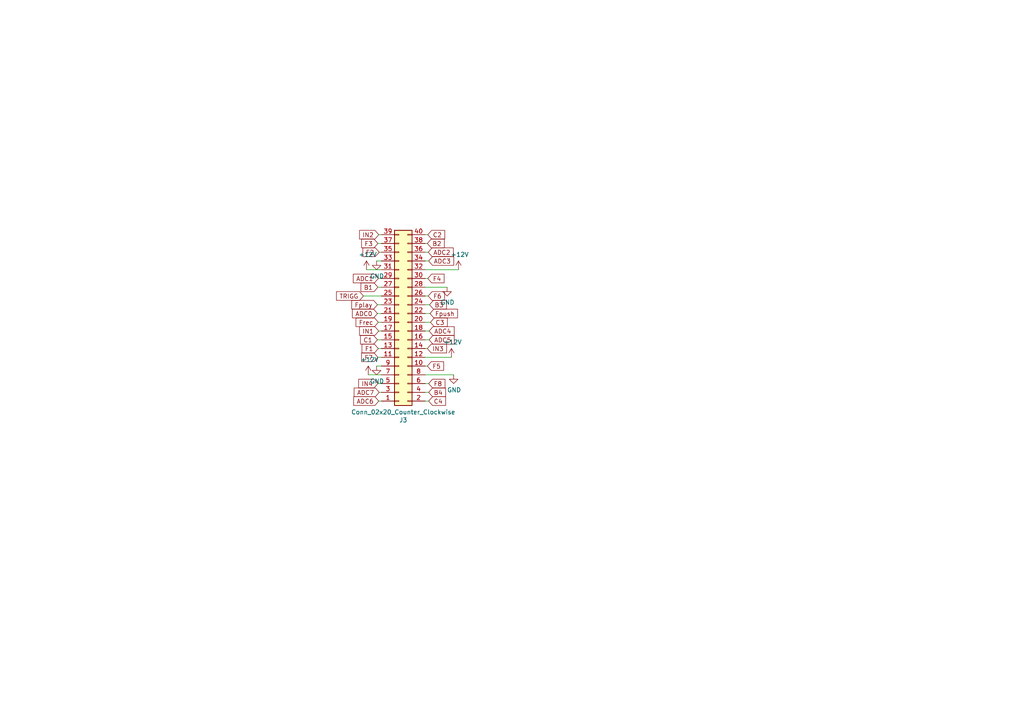
<source format=kicad_sch>
(kicad_sch (version 20211123) (generator eeschema)
  (paper "A4")
  (lib_symbols
    (symbol "Connector_Generic:Conn_02x20_Odd_Even" (pin_names (offset 1.016) hide)
      (property "Reference" "J" (at 1.27 25.4 0))
      (property "Value" "Conn_02x20_Odd_Even" (at 1.27 -27.94 0))
      (symbol "Conn_02x20_Odd_Even_1_1"
        (rectangle (start -1.27 -25.273) (end 0 -25.527) (stroke (width 0.1524)))
        (rectangle (start -1.27 -22.733) (end 0 -22.987) (stroke (width 0.1524)))
        (rectangle (start -1.27 -20.193) (end 0 -20.447) (stroke (width 0.1524)))
        (rectangle (start -1.27 -17.653) (end 0 -17.907) (stroke (width 0.1524)))
        (rectangle (start -1.27 -15.113) (end 0 -15.367) (stroke (width 0.1524)))
        (rectangle (start -1.27 -12.573) (end 0 -12.827) (stroke (width 0.1524)))
        (rectangle (start -1.27 -10.033) (end 0 -10.287) (stroke (width 0.1524)))
        (rectangle (start -1.27 -7.493) (end 0 -7.747) (stroke (width 0.1524)))
        (rectangle (start -1.27 -4.953) (end 0 -5.207) (stroke (width 0.1524)))
        (rectangle (start -1.27 -2.413) (end 0 -2.667) (stroke (width 0.1524)))
        (rectangle (start -1.27 0.127) (end 0 -0.127) (stroke (width 0.1524)))
        (rectangle (start -1.27 2.667) (end 0 2.413) (stroke (width 0.1524)))
        (rectangle (start -1.27 5.207) (end 0 4.953) (stroke (width 0.1524)))
        (rectangle (start -1.27 7.747) (end 0 7.493) (stroke (width 0.1524)))
        (rectangle (start -1.27 10.287) (end 0 10.033) (stroke (width 0.1524)))
        (rectangle (start -1.27 12.827) (end 0 12.573) (stroke (width 0.1524)))
        (rectangle (start -1.27 15.367) (end 0 15.113) (stroke (width 0.1524)))
        (rectangle (start -1.27 17.907) (end 0 17.653) (stroke (width 0.1524)))
        (rectangle (start -1.27 20.447) (end 0 20.193) (stroke (width 0.1524)))
        (rectangle (start -1.27 22.987) (end 0 22.733) (stroke (width 0.1524)))
        (rectangle (start -1.27 24.13) (end 3.81 -26.67) (stroke (width 0.254)) (fill (type background)))
        (rectangle (start 3.81 -25.273) (end 2.54 -25.527) (stroke (width 0.1524)))
        (rectangle (start 3.81 -22.733) (end 2.54 -22.987) (stroke (width 0.1524)))
        (rectangle (start 3.81 -20.193) (end 2.54 -20.447) (stroke (width 0.1524)))
        (rectangle (start 3.81 -17.653) (end 2.54 -17.907) (stroke (width 0.1524)))
        (rectangle (start 3.81 -15.113) (end 2.54 -15.367) (stroke (width 0.1524)))
        (rectangle (start 3.81 -12.573) (end 2.54 -12.827) (stroke (width 0.1524)))
        (rectangle (start 3.81 -10.033) (end 2.54 -10.287) (stroke (width 0.1524)))
        (rectangle (start 3.81 -7.493) (end 2.54 -7.747) (stroke (width 0.1524)))
        (rectangle (start 3.81 -4.953) (end 2.54 -5.207) (stroke (width 0.1524)))
        (rectangle (start 3.81 -2.413) (end 2.54 -2.667) (stroke (width 0.1524)))
        (rectangle (start 3.81 0.127) (end 2.54 -0.127) (stroke (width 0.1524)))
        (rectangle (start 3.81 2.667) (end 2.54 2.413) (stroke (width 0.1524)))
        (rectangle (start 3.81 5.207) (end 2.54 4.953) (stroke (width 0.1524)))
        (rectangle (start 3.81 7.747) (end 2.54 7.493) (stroke (width 0.1524)))
        (rectangle (start 3.81 10.287) (end 2.54 10.033) (stroke (width 0.1524)))
        (rectangle (start 3.81 12.827) (end 2.54 12.573) (stroke (width 0.1524)))
        (rectangle (start 3.81 15.367) (end 2.54 15.113) (stroke (width 0.1524)))
        (rectangle (start 3.81 17.907) (end 2.54 17.653) (stroke (width 0.1524)))
        (rectangle (start 3.81 20.447) (end 2.54 20.193) (stroke (width 0.1524)))
        (rectangle (start 3.81 22.987) (end 2.54 22.733) (stroke (width 0.1524)))
        (pin passive line (at -5.08 22.86 0) (length 3.81) (name "Pin_1") (number "1"))
        (pin passive line (at 7.62 12.7 180) (length 3.81) (name "Pin_10") (number "10"))
        (pin passive line (at -5.08 10.16 0) (length 3.81) (name "Pin_11") (number "11"))
        (pin passive line (at 7.62 10.16 180) (length 3.81) (name "Pin_12") (number "12"))
        (pin passive line (at -5.08 7.62 0) (length 3.81) (name "Pin_13") (number "13"))
        (pin passive line (at 7.62 7.62 180) (length 3.81) (name "Pin_14") (number "14"))
        (pin passive line (at -5.08 5.08 0) (length 3.81) (name "Pin_15") (number "15"))
        (pin passive line (at 7.62 5.08 180) (length 3.81) (name "Pin_16") (number "16"))
        (pin passive line (at -5.08 2.54 0) (length 3.81) (name "Pin_17") (number "17"))
        (pin passive line (at 7.62 2.54 180) (length 3.81) (name "Pin_18") (number "18"))
        (pin passive line (at -5.08 0 0) (length 3.81) (name "Pin_19") (number "19"))
        (pin passive line (at 7.62 22.86 180) (length 3.81) (name "Pin_2") (number "2"))
        (pin passive line (at 7.62 0 180) (length 3.81) (name "Pin_20") (number "20"))
        (pin passive line (at -5.08 -2.54 0) (length 3.81) (name "Pin_21") (number "21"))
        (pin passive line (at 7.62 -2.54 180) (length 3.81) (name "Pin_22") (number "22"))
        (pin passive line (at -5.08 -5.08 0) (length 3.81) (name "Pin_23") (number "23"))
        (pin passive line (at 7.62 -5.08 180) (length 3.81) (name "Pin_24") (number "24"))
        (pin passive line (at -5.08 -7.62 0) (length 3.81) (name "Pin_25") (number "25"))
        (pin passive line (at 7.62 -7.62 180) (length 3.81) (name "Pin_26") (number "26"))
        (pin passive line (at -5.08 -10.16 0) (length 3.81) (name "Pin_27") (number "27"))
        (pin passive line (at 7.62 -10.16 180) (length 3.81) (name "Pin_28") (number "28"))
        (pin passive line (at -5.08 -12.7 0) (length 3.81) (name "Pin_29") (number "29"))
        (pin passive line (at -5.08 20.32 0) (length 3.81) (name "Pin_3") (number "3"))
        (pin passive line (at 7.62 -12.7 180) (length 3.81) (name "Pin_30") (number "30"))
        (pin passive line (at -5.08 -15.24 0) (length 3.81) (name "Pin_31") (number "31"))
        (pin passive line (at 7.62 -15.24 180) (length 3.81) (name "Pin_32") (number "32"))
        (pin passive line (at -5.08 -17.78 0) (length 3.81) (name "Pin_33") (number "33"))
        (pin passive line (at 7.62 -17.78 180) (length 3.81) (name "Pin_34") (number "34"))
        (pin passive line (at -5.08 -20.32 0) (length 3.81) (name "Pin_35") (number "35"))
        (pin passive line (at 7.62 -20.32 180) (length 3.81) (name "Pin_36") (number "36"))
        (pin passive line (at -5.08 -22.86 0) (length 3.81) (name "Pin_37") (number "37"))
        (pin passive line (at 7.62 -22.86 180) (length 3.81) (name "Pin_38") (number "38"))
        (pin passive line (at -5.08 -25.4 0) (length 3.81) (name "Pin_39") (number "39"))
        (pin passive line (at 7.62 20.32 180) (length 3.81) (name "Pin_4") (number "4"))
        (pin passive line (at 7.62 -25.4 180) (length 3.81) (name "Pin_40") (number "40"))
        (pin passive line (at -5.08 17.78 0) (length 3.81) (name "Pin_5") (number "5"))
        (pin passive line (at 7.62 17.78 180) (length 3.81) (name "Pin_6") (number "6"))
        (pin passive line (at -5.08 15.24 0) (length 3.81) (name "Pin_7") (number "7"))
        (pin passive line (at 7.62 15.24 180) (length 3.81) (name "Pin_8") (number "8"))
        (pin passive line (at -5.08 12.7 0) (length 3.81) (name "Pin_9") (number "9"))
      )
    )
    (symbol "power:+12V" (power) (pin_names (offset 0))
      (property "Value" "+12V" (at 0 3.556 0))
      (symbol "+12V_0_1"
        (polyline (pts (xy -0.762 1.27) (xy 0 2.54)))
        (polyline (pts (xy 0 0) (xy 0 2.54)))
        (polyline (pts (xy 0 2.54) (xy 0.762 1.27)))
      )
      (symbol "+12V_1_1"
        (pin power_in line (at 0 0 90) (length 0) hide (name "+12V") (number "1"))
      )
    )
    (symbol "power:GND" (power) (pin_names (offset 0))
      (property "Value" "GND" (at 0 -3.81 0))
      (symbol "GND_0_1"
        (polyline (pts (xy 0 0) (xy 0 -1.27) (xy 1.27 -1.27) (xy 0 -2.54) (xy -1.27 -1.27) (xy 0 -1.27)))
      )
      (symbol "GND_1_1"
        (pin power_in line (at 0 0 270) (length 0) hide (name "GND") (number "1"))
      )
    )
  )
  (wire (pts (xy 105.41 85.852) (xy 110.617 85.852)))
  (wire (pts (xy 123.317 103.632) (xy 130.937 103.632)))
  (wire (pts (xy 109.601 111.252) (xy 110.617 111.252)))
  (wire (pts (xy 123.317 90.932) (xy 124.714 90.932)))
  (wire (pts (xy 109.474 90.932) (xy 110.617 90.932)))
  (wire (pts (xy 109.22 75.692) (xy 110.617 75.692)))
  (wire (pts (xy 109.601 83.312) (xy 110.617 83.312)))
  (wire (pts (xy 123.317 113.792) (xy 124.333 113.792)))
  (wire (pts (xy 109.855 96.012) (xy 110.617 96.012)))
  (wire (pts (xy 109.474 98.552) (xy 110.617 98.552)))
  (wire (pts (xy 109.601 103.632) (xy 110.617 103.632)))
  (wire (pts (xy 109.855 68.072) (xy 110.617 68.072)))
  (wire (pts (xy 106.299 78.232) (xy 110.617 78.232)))
  (wire (pts (xy 123.317 68.072) (xy 124.079 68.072)))
  (wire (pts (xy 123.317 78.232) (xy 132.969 78.232)))
  (wire (pts (xy 109.474 88.392) (xy 110.617 88.392)))
  (wire (pts (xy 109.728 101.092) (xy 110.617 101.092)))
  (wire (pts (xy 123.317 101.092) (xy 123.952 101.092)))
  (wire (pts (xy 123.317 80.772) (xy 124.079 80.772)))
  (wire (pts (xy 109.982 113.792) (xy 110.617 113.792)))
  (wire (pts (xy 123.317 70.612) (xy 123.952 70.612)))
  (wire (pts (xy 123.317 96.012) (xy 124.46 96.012)))
  (wire (pts (xy 123.317 88.392) (xy 124.587 88.392)))
  (wire (pts (xy 123.317 93.472) (xy 124.841 93.472)))
  (wire (pts (xy 106.807 108.712) (xy 110.617 108.712)))
  (wire (pts (xy 109.728 93.472) (xy 110.617 93.472)))
  (wire (pts (xy 123.317 98.552) (xy 124.46 98.552)))
  (wire (pts (xy 109.728 80.772) (xy 110.617 80.772)))
  (wire (pts (xy 123.317 73.152) (xy 124.206 73.152)))
  (wire (pts (xy 123.317 108.712) (xy 131.572 108.712)))
  (wire (pts (xy 123.317 116.332) (xy 124.333 116.332)))
  (wire (pts (xy 109.855 116.332) (xy 110.617 116.332)))
  (wire (pts (xy 123.317 85.852) (xy 124.206 85.852)))
  (wire (pts (xy 109.601 70.612) (xy 110.617 70.612)))
  (wire (pts (xy 123.317 106.172) (xy 123.952 106.172)))
  (wire (pts (xy 109.982 73.152) (xy 110.617 73.152)))
  (wire (pts (xy 109.22 106.172) (xy 110.617 106.172)))
  (wire (pts (xy 123.317 111.252) (xy 124.333 111.252)))
  (wire (pts (xy 123.317 75.692) (xy 124.333 75.692)))
  (wire (pts (xy 123.317 83.312) (xy 129.667 83.312)))
  (global_label "Frec" (shape input) (at 109.728 93.472 180) (property "Intersheet References" "${INTERSHEET_REFS}" (effects hide)))
  (global_label "F6" (shape input) (at 124.206 85.852 0) (property "Intersheet References" "${INTERSHEET_REFS}" (effects hide)))
  (global_label "Fpush" (shape input) (at 124.714 90.932 0) (property "Intersheet References" "${INTERSHEET_REFS}" (effects hide)))
  (global_label "F2" (shape input) (at 109.982 73.152 180) (property "Intersheet References" "${INTERSHEET_REFS}" (effects hide)))
  (global_label "ADC3" (shape input) (at 124.333 75.692 0) (property "Intersheet References" "${INTERSHEET_REFS}" (effects hide)))
  (global_label "C4" (shape input) (at 124.333 116.332 0) (property "Intersheet References" "${INTERSHEET_REFS}" (effects hide)))
  (global_label "ADC4" (shape input) (at 124.46 96.012 0) (property "Intersheet References" "${INTERSHEET_REFS}" (effects hide)))
  (global_label "IN3" (shape input) (at 123.952 101.092 0) (property "Intersheet References" "${INTERSHEET_REFS}" (effects hide)))
  (global_label "IN1" (shape input) (at 109.855 96.012 180) (property "Intersheet References" "${INTERSHEET_REFS}" (effects hide)))
  (global_label "F5" (shape input) (at 123.952 106.172 0) (property "Intersheet References" "${INTERSHEET_REFS}" (effects hide)))
  (global_label "IN2" (shape input) (at 109.855 68.072 180) (property "Intersheet References" "${INTERSHEET_REFS}" (effects hide)))
  (global_label "B4" (shape input) (at 124.333 113.792 0) (property "Intersheet References" "${INTERSHEET_REFS}" (effects hide)))
  (global_label "ADC0" (shape input) (at 109.474 90.932 180) (property "Intersheet References" "${INTERSHEET_REFS}" (effects hide)))
  (global_label "ADC1" (shape input) (at 109.728 80.772 180) (property "Intersheet References" "${INTERSHEET_REFS}" (effects hide)))
  (global_label "F7" (shape input) (at 109.601 103.632 180) (property "Intersheet References" "${INTERSHEET_REFS}" (effects hide)))
  (global_label "F4" (shape input) (at 124.079 80.772 0) (property "Intersheet References" "${INTERSHEET_REFS}" (effects hide)))
  (global_label "B1" (shape input) (at 109.601 83.312 180) (property "Intersheet References" "${INTERSHEET_REFS}" (effects hide)))
  (global_label "TRIGG" (shape input) (at 105.41 85.852 180) (property "Intersheet References" "${INTERSHEET_REFS}" (effects hide)))
  (global_label "C1" (shape input) (at 109.474 98.552 180) (property "Intersheet References" "${INTERSHEET_REFS}" (effects hide)))
  (global_label "F8" (shape input) (at 124.333 111.252 0) (property "Intersheet References" "${INTERSHEET_REFS}" (effects hide)))
  (global_label "IN4" (shape input) (at 109.601 111.252 180) (property "Intersheet References" "${INTERSHEET_REFS}" (effects hide)))
  (global_label "ADC2" (shape input) (at 124.206 73.152 0) (property "Intersheet References" "${INTERSHEET_REFS}" (effects hide)))
  (global_label "B3" (shape input) (at 124.587 88.392 0) (property "Intersheet References" "${INTERSHEET_REFS}" (effects hide)))
  (global_label "ADC6" (shape input) (at 109.855 116.332 180) (property "Intersheet References" "${INTERSHEET_REFS}" (effects hide)))
  (global_label "Fplay" (shape input) (at 109.474 88.392 180) (property "Intersheet References" "${INTERSHEET_REFS}" (effects hide)))
  (global_label "C3" (shape input) (at 124.841 93.472 0) (property "Intersheet References" "${INTERSHEET_REFS}" (effects hide)))
  (global_label "C2" (shape input) (at 124.079 68.072 0) (property "Intersheet References" "${INTERSHEET_REFS}" (effects hide)))
  (global_label "B2" (shape input) (at 123.952 70.612 0) (property "Intersheet References" "${INTERSHEET_REFS}" (effects hide)))
  (global_label "ADC5" (shape input) (at 124.46 98.552 0) (property "Intersheet References" "${INTERSHEET_REFS}" (effects hide)))
  (global_label "ADC7" (shape input) (at 109.982 113.792 180) (property "Intersheet References" "${INTERSHEET_REFS}" (effects hide)))
  (global_label "F1" (shape input) (at 109.728 101.092 180) (property "Intersheet References" "${INTERSHEET_REFS}" (effects hide)))
  (global_label "F3" (shape input) (at 109.601 70.612 180) (property "Intersheet References" "${INTERSHEET_REFS}" (effects hide)))
  (symbol (lib_id "power:GND") (at 109.22 75.692 0) (unit 1)
    (property "Reference" "#PWR072" (effects hide))
    (property "Value" "GND" (at 109.347 80.0862 0))
  )
  (symbol (lib_id "power:GND") (at 109.22 106.172 0) (unit 1)
    (property "Reference" "#PWR073" (effects hide))
    (property "Value" "GND" (at 109.347 110.5662 0))
  )
  (symbol (lib_id "power:GND") (at 131.572 108.712 0) (unit 1)
    (property "Reference" "#PWR076" (effects hide))
    (property "Value" "GND" (at 131.699 113.1062 0))
  )
  (symbol (lib_id "power:GND") (at 129.667 83.312 0) (unit 1)
    (property "Reference" "#PWR074" (effects hide))
    (property "Value" "GND" (at 129.794 87.7062 0))
  )
  (symbol (lib_id "Connector_Generic:Conn_02x20_Odd_Even") (at 115.697 93.472 0) (mirror x) (unit 1)
    (property "Reference" "J3" (at 116.967 121.8438 0))
    (property "Value" "Conn_02x20_Counter_Clockwise" (at 116.967 119.5324 0))
    (property "Footprint" "Pin_Headers:Pin_Header_Straight_2x20_Pitch2.54mm" (effects hide))
  )
  (symbol (lib_id "power:+12V") (at 130.937 103.632 0) (unit 1)
    (property "Reference" "#PWR0185" (effects hide))
    (property "Value" "+12V" (at 131.318 99.2378 0))
  )
  (symbol (lib_id "power:+12V") (at 106.299 78.232 0) (unit 1)
    (property "Reference" "#PWR0183" (effects hide))
    (property "Value" "+12V" (at 106.68 73.8378 0))
  )
  (symbol (lib_id "power:+12V") (at 132.969 78.232 0) (unit 1)
    (property "Reference" "#PWR0184" (effects hide))
    (property "Value" "+12V" (at 133.35 73.8378 0))
  )
  (symbol (lib_id "power:+12V") (at 106.807 108.712 0) (unit 1)
    (property "Reference" "#PWR0186" (effects hide))
    (property "Value" "+12V" (at 107.188 104.3178 0))
  )
)
</source>
